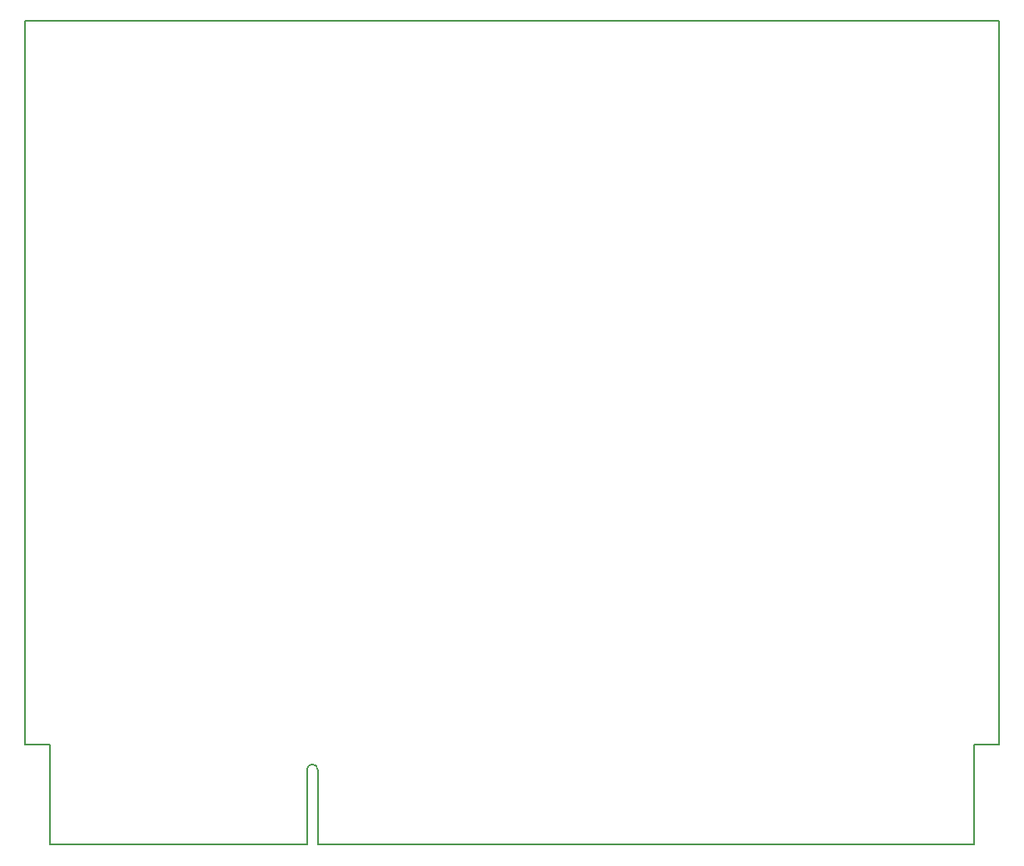
<source format=gm1>
G04 #@! TF.GenerationSoftware,KiCad,Pcbnew,(5.0.1)-3*
G04 #@! TF.CreationDate,2018-12-11T20:57:09+00:00*
G04 #@! TF.ProjectId,Register (8 Bit),52656769737465722028382042697429,rev?*
G04 #@! TF.SameCoordinates,Original*
G04 #@! TF.FileFunction,Profile,NP*
%FSLAX46Y46*%
G04 Gerber Fmt 4.6, Leading zero omitted, Abs format (unit mm)*
G04 Created by KiCad (PCBNEW (5.0.1)-3) date 11/12/2018 20:57:09*
%MOMM*%
%LPD*%
G01*
G04 APERTURE LIST*
%ADD10C,0.150000*%
G04 APERTURE END LIST*
D10*
X79460000Y-177800000D02*
G75*
G02X80560000Y-177800000I550000J0D01*
G01*
X79460000Y-185420000D02*
X79460000Y-177800000D01*
X80560000Y-185420000D02*
X80560000Y-177800000D01*
X53340000Y-185420000D02*
X79460000Y-185420000D01*
X50800000Y-101600000D02*
X50800000Y-175260000D01*
X149860000Y-101600000D02*
X50800000Y-101600000D01*
X149860000Y-175260000D02*
X149860000Y-101600000D01*
X147320000Y-175260000D02*
X149860000Y-175260000D01*
X147320000Y-185420000D02*
X147320000Y-175260000D01*
X80560000Y-185420000D02*
X147320000Y-185420000D01*
X53340000Y-175260000D02*
X53340000Y-185420000D01*
X50800000Y-175260000D02*
X53340000Y-175260000D01*
M02*

</source>
